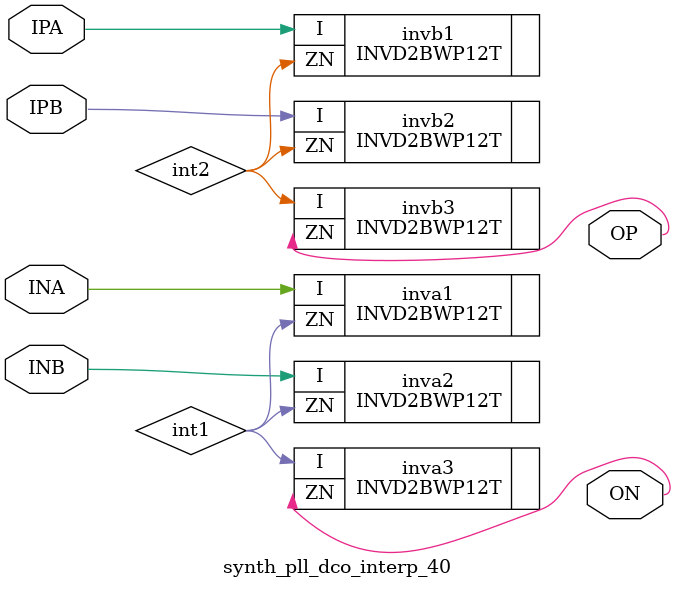
<source format=v>
module synth_pll_dco_interp ( INA, INB, IPA, IPB, ON, OP);
	input INA, INB, IPA, IPB;
	output ON, OP;
	wire int1, int2;

	INV_X2M_A9TR inva1 (.A(INA), .Y(int1) );
	INV_X2M_A9TR inva2 (.A(INB), .Y(int1) );
	INV_X2M_A9TR inva3 (.A(int1), .Y(ON) );
	
	INV_X2M_A9TR invb1 (.A(IPA), .Y(int2) );
	INV_X2M_A9TR invb2 (.A(IPB), .Y(int2) );
	INV_X2M_A9TR invb3 (.A(int2), .Y(OP) );
endmodule

module synth_pll_dco_interp_40 ( INA, INB, IPA, IPB, ON, OP);
	input INA, INB, IPA, IPB;
	output ON, OP;
	wire int1, int2;
	
	INVD2BWP12T inva1 (.I(INA), .ZN(int1) );
	INVD2BWP12T inva2 (.I(INB), .ZN(int1) );
	INVD2BWP12T inva3 (.I(int1), .ZN(ON) );

	INVD2BWP12T invb1 (.I(IPA), .ZN(int2) );
	INVD2BWP12T invb2 (.I(IPB), .ZN(int2) );
	INVD2BWP12T invb3 (.I(int2), .ZN(OP) );
endmodule

</source>
